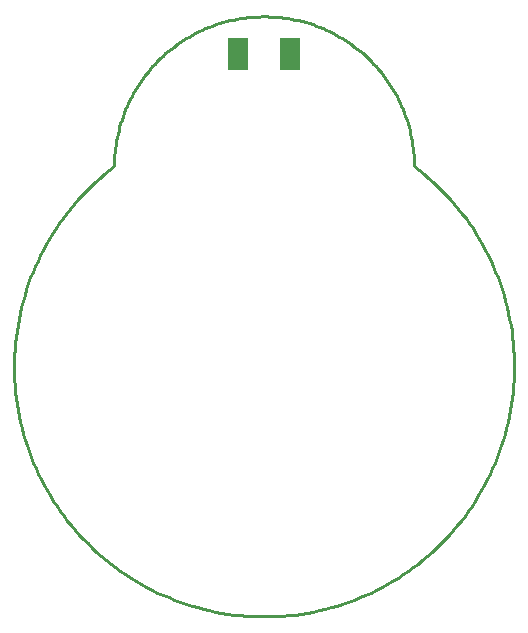
<source format=gbp>
G75*
%MOIN*%
%OFA0B0*%
%FSLAX25Y25*%
%IPPOS*%
%LPD*%
%AMOC8*
5,1,8,0,0,1.08239X$1,22.5*
%
%ADD10C,0.01000*%
%ADD11R,0.07087X0.10630*%
D10*
X0046748Y0151747D02*
X0045131Y0150503D01*
X0043544Y0149219D01*
X0041989Y0147897D01*
X0040467Y0146537D01*
X0038979Y0145141D01*
X0037526Y0143708D01*
X0036108Y0142240D01*
X0034726Y0140738D01*
X0033382Y0139203D01*
X0032076Y0137635D01*
X0030808Y0136035D01*
X0029580Y0134405D01*
X0028392Y0132745D01*
X0027246Y0131057D01*
X0026141Y0129341D01*
X0025078Y0127599D01*
X0024058Y0125831D01*
X0023082Y0124039D01*
X0022150Y0122223D01*
X0021263Y0120385D01*
X0020421Y0118526D01*
X0019625Y0116647D01*
X0018875Y0114749D01*
X0018172Y0112833D01*
X0017516Y0110900D01*
X0016907Y0108952D01*
X0016347Y0106990D01*
X0015834Y0105014D01*
X0015370Y0103027D01*
X0014955Y0101029D01*
X0014589Y0099021D01*
X0014272Y0097005D01*
X0014005Y0094982D01*
X0013788Y0092952D01*
X0013620Y0090918D01*
X0013502Y0088881D01*
X0013434Y0086841D01*
X0013415Y0084800D01*
X0013447Y0082760D01*
X0013529Y0080721D01*
X0013661Y0078684D01*
X0013842Y0076651D01*
X0014074Y0074624D01*
X0014355Y0072602D01*
X0014685Y0070588D01*
X0015064Y0068583D01*
X0015493Y0066587D01*
X0015970Y0064603D01*
X0016496Y0062631D01*
X0017070Y0060673D01*
X0017691Y0058729D01*
X0018360Y0056801D01*
X0019076Y0054890D01*
X0019839Y0052997D01*
X0020648Y0051123D01*
X0021502Y0049269D01*
X0022402Y0047437D01*
X0023346Y0045628D01*
X0024334Y0043842D01*
X0025366Y0042081D01*
X0026440Y0040346D01*
X0027557Y0038638D01*
X0028715Y0036958D01*
X0029914Y0035306D01*
X0031153Y0033684D01*
X0032431Y0032093D01*
X0033748Y0030534D01*
X0035103Y0029008D01*
X0036494Y0027515D01*
X0037922Y0026057D01*
X0039385Y0024634D01*
X0040882Y0023247D01*
X0042413Y0021898D01*
X0043977Y0020586D01*
X0045572Y0019313D01*
X0047198Y0018079D01*
X0048854Y0016886D01*
X0050538Y0015734D01*
X0052250Y0014623D01*
X0053989Y0013554D01*
X0055753Y0012529D01*
X0057542Y0011547D01*
X0059355Y0010609D01*
X0061190Y0009715D01*
X0063046Y0008867D01*
X0064923Y0008065D01*
X0066818Y0007308D01*
X0068732Y0006599D01*
X0070662Y0005936D01*
X0072608Y0005321D01*
X0074568Y0004754D01*
X0076542Y0004235D01*
X0078528Y0003764D01*
X0080525Y0003342D01*
X0082531Y0002970D01*
X0084547Y0002646D01*
X0086569Y0002372D01*
X0088597Y0002148D01*
X0090631Y0001973D01*
X0092668Y0001848D01*
X0094707Y0001773D01*
X0096748Y0001748D01*
X0098789Y0001773D01*
X0100828Y0001848D01*
X0102865Y0001973D01*
X0104899Y0002148D01*
X0106927Y0002372D01*
X0108949Y0002646D01*
X0110965Y0002970D01*
X0112971Y0003342D01*
X0114968Y0003764D01*
X0116954Y0004235D01*
X0118928Y0004754D01*
X0120888Y0005321D01*
X0122834Y0005936D01*
X0124764Y0006599D01*
X0126678Y0007308D01*
X0128573Y0008065D01*
X0130450Y0008867D01*
X0132306Y0009715D01*
X0134141Y0010609D01*
X0135954Y0011547D01*
X0137743Y0012529D01*
X0139507Y0013554D01*
X0141246Y0014623D01*
X0142958Y0015734D01*
X0144642Y0016886D01*
X0146298Y0018079D01*
X0147924Y0019313D01*
X0149519Y0020586D01*
X0151083Y0021898D01*
X0152614Y0023247D01*
X0154111Y0024634D01*
X0155574Y0026057D01*
X0157002Y0027515D01*
X0158393Y0029008D01*
X0159748Y0030534D01*
X0161065Y0032093D01*
X0162343Y0033684D01*
X0163582Y0035306D01*
X0164781Y0036958D01*
X0165939Y0038638D01*
X0167056Y0040346D01*
X0168130Y0042081D01*
X0169162Y0043842D01*
X0170150Y0045628D01*
X0171094Y0047437D01*
X0171994Y0049269D01*
X0172848Y0051123D01*
X0173657Y0052997D01*
X0174420Y0054890D01*
X0175136Y0056801D01*
X0175805Y0058729D01*
X0176426Y0060673D01*
X0177000Y0062631D01*
X0177526Y0064603D01*
X0178003Y0066587D01*
X0178432Y0068583D01*
X0178811Y0070588D01*
X0179141Y0072602D01*
X0179422Y0074624D01*
X0179654Y0076651D01*
X0179835Y0078684D01*
X0179967Y0080721D01*
X0180049Y0082760D01*
X0180081Y0084800D01*
X0180062Y0086841D01*
X0179994Y0088881D01*
X0179876Y0090918D01*
X0179708Y0092952D01*
X0179491Y0094982D01*
X0179224Y0097005D01*
X0178907Y0099021D01*
X0178541Y0101029D01*
X0178126Y0103027D01*
X0177662Y0105014D01*
X0177149Y0106990D01*
X0176589Y0108952D01*
X0175980Y0110900D01*
X0175324Y0112833D01*
X0174621Y0114749D01*
X0173871Y0116647D01*
X0173075Y0118526D01*
X0172233Y0120385D01*
X0171346Y0122223D01*
X0170414Y0124039D01*
X0169438Y0125831D01*
X0168418Y0127599D01*
X0167355Y0129341D01*
X0166250Y0131057D01*
X0165104Y0132745D01*
X0163916Y0134405D01*
X0162688Y0136035D01*
X0161420Y0137635D01*
X0160114Y0139203D01*
X0158770Y0140738D01*
X0157388Y0142240D01*
X0155970Y0143708D01*
X0154517Y0145141D01*
X0153029Y0146537D01*
X0151507Y0147897D01*
X0149952Y0149219D01*
X0148365Y0150503D01*
X0146748Y0151747D01*
X0146748Y0151748D02*
X0146733Y0152966D01*
X0146689Y0154182D01*
X0146615Y0155398D01*
X0146511Y0156611D01*
X0146378Y0157821D01*
X0146215Y0159028D01*
X0146023Y0160230D01*
X0145802Y0161428D01*
X0145552Y0162620D01*
X0145273Y0163805D01*
X0144965Y0164983D01*
X0144628Y0166153D01*
X0144263Y0167315D01*
X0143870Y0168467D01*
X0143449Y0169610D01*
X0143000Y0170741D01*
X0142524Y0171862D01*
X0142020Y0172971D01*
X0141490Y0174067D01*
X0140933Y0175150D01*
X0140350Y0176219D01*
X0139742Y0177273D01*
X0139107Y0178313D01*
X0138448Y0179336D01*
X0137764Y0180344D01*
X0137055Y0181334D01*
X0136323Y0182307D01*
X0135567Y0183261D01*
X0134788Y0184197D01*
X0133987Y0185114D01*
X0133163Y0186011D01*
X0132318Y0186887D01*
X0131452Y0187743D01*
X0130565Y0188578D01*
X0129658Y0189390D01*
X0128732Y0190180D01*
X0127786Y0190948D01*
X0126823Y0191692D01*
X0125841Y0192412D01*
X0124842Y0193109D01*
X0123827Y0193781D01*
X0122795Y0194428D01*
X0121748Y0195049D01*
X0120686Y0195645D01*
X0119610Y0196215D01*
X0118521Y0196759D01*
X0117418Y0197275D01*
X0116303Y0197765D01*
X0115177Y0198228D01*
X0114040Y0198663D01*
X0112892Y0199070D01*
X0111735Y0199449D01*
X0110569Y0199800D01*
X0109395Y0200122D01*
X0108213Y0200416D01*
X0107024Y0200681D01*
X0105830Y0200916D01*
X0104630Y0201123D01*
X0103425Y0201300D01*
X0102217Y0201448D01*
X0101005Y0201566D01*
X0099790Y0201655D01*
X0098574Y0201715D01*
X0097357Y0201744D01*
X0096139Y0201744D01*
X0094922Y0201715D01*
X0093706Y0201655D01*
X0092491Y0201566D01*
X0091279Y0201448D01*
X0090071Y0201300D01*
X0088866Y0201123D01*
X0087666Y0200916D01*
X0086472Y0200681D01*
X0085283Y0200416D01*
X0084101Y0200122D01*
X0082927Y0199800D01*
X0081761Y0199449D01*
X0080604Y0199070D01*
X0079456Y0198663D01*
X0078319Y0198228D01*
X0077193Y0197765D01*
X0076078Y0197275D01*
X0074975Y0196759D01*
X0073886Y0196215D01*
X0072810Y0195645D01*
X0071748Y0195049D01*
X0070701Y0194428D01*
X0069669Y0193781D01*
X0068654Y0193109D01*
X0067655Y0192412D01*
X0066673Y0191692D01*
X0065710Y0190948D01*
X0064764Y0190180D01*
X0063838Y0189390D01*
X0062931Y0188578D01*
X0062044Y0187743D01*
X0061178Y0186887D01*
X0060333Y0186011D01*
X0059509Y0185114D01*
X0058708Y0184197D01*
X0057929Y0183261D01*
X0057173Y0182307D01*
X0056441Y0181334D01*
X0055732Y0180344D01*
X0055048Y0179336D01*
X0054389Y0178313D01*
X0053754Y0177273D01*
X0053146Y0176219D01*
X0052563Y0175150D01*
X0052006Y0174067D01*
X0051476Y0172971D01*
X0050972Y0171862D01*
X0050496Y0170741D01*
X0050047Y0169610D01*
X0049626Y0168467D01*
X0049233Y0167315D01*
X0048868Y0166153D01*
X0048531Y0164983D01*
X0048223Y0163805D01*
X0047944Y0162620D01*
X0047694Y0161428D01*
X0047473Y0160230D01*
X0047281Y0159028D01*
X0047118Y0157821D01*
X0046985Y0156611D01*
X0046881Y0155398D01*
X0046807Y0154182D01*
X0046763Y0152966D01*
X0046748Y0151748D01*
D11*
X0088086Y0189248D03*
X0105409Y0189248D03*
M02*

</source>
